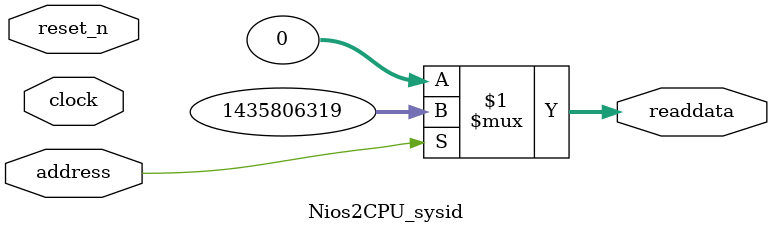
<source format=v>

`timescale 1ns / 1ps
// synthesis translate_on

// turn off superfluous verilog processor warnings 
// altera message_level Level1 
// altera message_off 10034 10035 10036 10037 10230 10240 10030 

module Nios2CPU_sysid (
               // inputs:
                address,
                clock,
                reset_n,

               // outputs:
                readdata
             )
;

  output  [ 31: 0] readdata;
  input            address;
  input            clock;
  input            reset_n;

  wire    [ 31: 0] readdata;
  //control_slave, which is an e_avalon_slave
  assign readdata = address ? 1435806319 : 0;

endmodule




</source>
